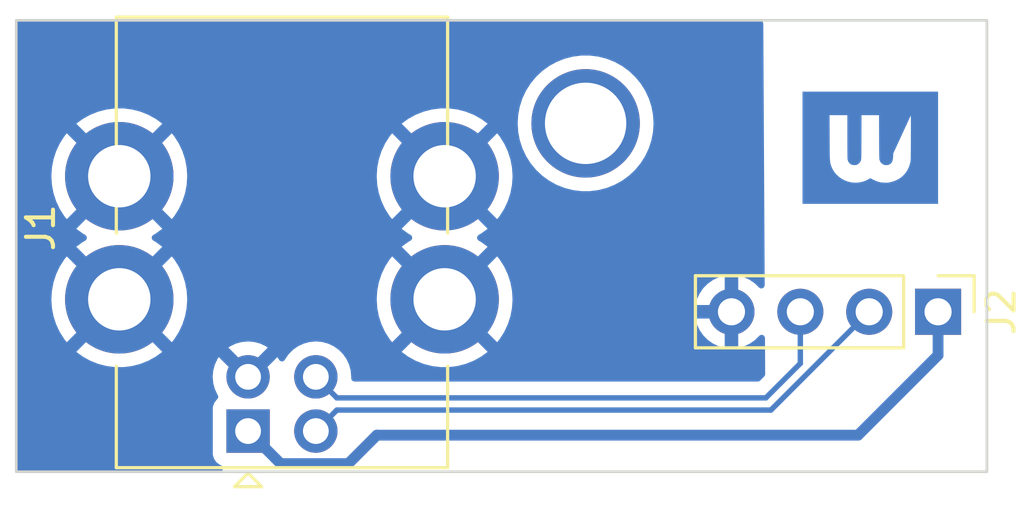
<source format=kicad_pcb>
(kicad_pcb (version 20221018) (generator pcbnew)
  (layers (0 "F.Cu" signal) (31 "B.Cu" signal) (34 "B.Paste" user) (35 "F.Paste" user) (36 "B.SilkS" user "B.Silkscreen") (37 "F.SilkS" user "F.Silkscreen") (38 "B.Mask" user) (39 "F.Mask" user) (44 "Edge.Cuts" user))
  (net 0 "")
  (net 1 "Net-(J1-VBUS)")
  (net 2 "/D-")
  (net 3 "/D+")
  (net 4 "GND")
  (footprint "WSRT:kicad_wsrt_logo_small_5mm" (layer "F.Cu") (at 52.999711 29.5875)
    (fp_text reference "G***" hide)
    (fp_text value "LOGO" hide)
    (fp_poly (pts (xy -2.5 -0.1) (xy -2.5 1.970093) (xy 0.00029 1.970093) (xy 2.500579 1.970093) (xy 2.500579 -0.1) (xy 2.500579 -0.976371) (xy 1.498934 -0.976371) (xy 1.498859 -0.899047) (xy 1.498692 -0.810048) (xy 1.498444 -0.708596) (xy 1.498127 -0.593914) (xy 1.497791 -0.47872) (xy 1.497412 -0.348455) (xy 1.49706 -0.231986) (xy 1.496694 -0.128403) (xy 1.496274 -0.036796) (xy 1.495759 0.043745) (xy 1.495109 0.114133) (xy 1.494282 0.175276) (xy 1.493238 0.228086) (xy 1.491937 0.273473) (xy 1.490337 0.312349) (xy 1.488399 0.345622) (xy 1.486081 0.374205) (xy 1.483343 0.399007) (xy 1.480144 0.420939) (xy 1.476443 0.440913) (xy 1.472201 0.459837) (xy 1.467375 0.478624) (xy 1.461926 0.498183) (xy 1.455813 0.519425) (xy 1.452752 0.530064) (xy 1.416378 0.631751) (xy 1.367343 0.729127) (xy 1.307052 0.820198) (xy 1.236909 0.902969) (xy 1.158319 0.975444) (xy 1.11743 1.006398) (xy 1.048796 1.049958) (xy 0.972407 1.089973) (xy 0.892357 1.124714) (xy 0.812743 1.152456) (xy 0.737659 1.171472) (xy 0.717285 1.175113) (xy 0.688537 1.179729) (xy 0.663273 1.183841) (xy 0.647424 1.186481) (xy 0.623637 1.188518) (xy 0.588824 1.188896) (xy 0.546547 1.187823) (xy 0.500367 1.185507) (xy 0.453846 1.182156) (xy 0.410547 1.177977) (xy 0.374032 1.173179) (xy 0.353272 1.169307) (xy 0.257732 1.141935) (xy 0.160028 1.103464) (xy 0.064818 1.055822) (xy 0.029705 1.035377) (xy 0.003967 1.019745) (xy -0.052101 1.05302) (xy -0.158008 1.107623) (xy -0.267535 1.148311) (xy -0.37964 1.175114) (xy -0.49328 1.188065) (xy -0.607413 1.187198) (xy -0.720995 1.172543) (xy -0.832984 1.144134) (xy -0.942337 1.102003) (xy -1.048012 1.046182) (xy -1.087752 1.020876) (xy -1.175078 0.954751) (xy -1.253778 0.879519) (xy -1.322587 0.796843) (xy -1.380241 0.708386) (xy -1.425479 0.615813) (xy -1.451235 0.542149) (xy -1.457812 0.519357) (xy -1.463698 0.49836) (xy -1.468933 0.47825) (xy -1.473559 0.458119) (xy -1.477618 0.437059) (xy -1.48115 0.414163) (xy -1.484196 0.388521) (xy -1.486799 0.359227) (xy -1.488999 0.325372) (xy -1.490837 0.286048) (xy -1.492354 0.240348) (xy -1.493592 0.187363) (xy -1.494593 0.126185) (xy -1.495396 0.055907) (xy -1.496043 -0.02438) (xy -1.496577 -0.115584) (xy -1.497036 -0.218612) (xy -1.497464 -0.334372) (xy -1.497901 -0.463773) (xy -1.497982 -0.487912) (xy -1.500703 -1.302345) (xy -1.17305 -1.302345) (xy -0.845396 -1.302345) (xy -0.845251 -0.517328) (xy -0.845156 -0.388969) (xy -0.844927 -0.269233) (xy -0.844567 -0.158733) (xy -0.844083 -0.058083) (xy -0.843479 0.032103) (xy -0.842763 0.111211) (xy -0.841938 0.178626) (xy -0.84101 0.233735) (xy -0.839986 0.275923) (xy -0.838869 0.304577) (xy -0.837779 0.318373) (xy -0.82659 0.37115) (xy -0.808589 0.414776) (xy -0.781554 0.454071) (xy -0.768435 0.468887) (xy -0.734401 0.500148) (xy -0.698703 0.521318) (xy -0.657748 0.533797) (xy -0.607946 0.53899) (xy -0.588013 0.539345) (xy -0.550139 0.538594) (xy -0.522343 0.535793) (xy -0.500064 0.530263) (xy -0.48416 0.523883) (xy -0.441064 0.497794) (xy -0.401352 0.462108) (xy -0.370503 0.421784) (xy -0.369529 0.420142) (xy -0.36318 0.409393) (xy -0.357511 0.39945) (xy -0.352481 0.389461) (xy -0.348048 0.378573) (xy -0.344172 0.365934) (xy -0.34081 0.350691) (xy -0.337923 0.331991) (xy -0.335469 0.308983) (xy -0.333406 0.280812) (xy -0.331695 0.246628) (xy -0.330293 0.205576) (xy -0.329159 0.156806) (xy -0.328253 0.099463) (xy -0.327534 0.032696) (xy -0.326959 -0.044347) (xy -0.326488 -0.132521) (xy -0.326081 -0.232676) (xy -0.325695 -0.345666) (xy -0.32529 -0.472343) (xy -0.325204 -0.498943) (xy -0.322611 -1.302345) (xy 0.000318 -1.302345) (xy 0.323248 -1.302345) (xy 0.325781 -0.498943) (xy 0.326206 -0.370752) (xy 0.326637 -0.25644) (xy 0.327086 -0.155182) (xy 0.327567 -0.066149) (xy 0.328095 0.011485) (xy 0.328682 0.078549) (xy 0.329342 0.135869) (xy 0.330089 0.184274) (xy 0.330936 0.224589) (xy 0.331897 0.257643) (xy 0.332986 0.284263) (xy 0.334216 0.305276) (xy 0.3356 0.32151) (xy 0.337153 0.333792) (xy 0.338887 0.34295) (xy 0.339653 0.345989) (xy 0.36223 0.405334) (xy 0.395054 0.454335) (xy 0.438836 0.493844) (xy 0.485305 0.520652) (xy 0.508493 0.530401) (xy 0.53023 0.536185) (xy 0.555814 0.538943) (xy 0.590544 0.539613) (xy 0.59227 0.539609) (xy 0.628012 0.538766) (xy 0.654428 0.535821) (xy 0.676856 0.529825) (xy 0.698945 0.520614) (xy 0.740757 0.496596) (xy 0.774428 0.466454) (xy 0.800641 0.428751) (xy 0.820079 0.382047) (xy 0.833426 0.324904) (xy 0.841365 0.255884) (xy 0.84353 0.216213) (xy 0.847497 0.11326) (xy 1.160202 -0.566966) (xy 1.20378 -0.661721) (xy 1.24582 -0.75306) (xy 1.285892 -0.840048) (xy 1.323565 -0.921755) (xy 1.358407 -0.997247) (xy 1.389988 -1.065593) (xy 1.417878 -1.125861) (xy 1.441644 -1.177118) (xy 1.460856 -1.218433) (xy 1.475084 -1.248873) (xy 1.483895 -1.267506) (xy 1.48656 -1.27293) (xy 1.488678 -1.276627) (xy 1.490562 -1.278756) (xy 1.492221 -1.278541) (xy 1.493668 -1.275204) (xy 1.494914 -1.267966) (xy 1.495968 -1.256052) (xy 1.496843 -1.238682) (xy 1.497549 -1.21508) (xy 1.498098 -1.184468) (xy 1.4985 -1.146069) (xy 1.498766 -1.099105) (xy 1.498907 -1.042798) (xy 1.498934 -0.976371) (xy 2.500579 -0.976371) (xy 2.500579 -2.170092) (xy 0.00029 -2.170092) (xy -2.5 -2.170092)) (fill solid) (layer "B.Cu"))
  )
  (footprint "Connector_PinHeader_2.54mm:PinHeader_1x04_P2.54mm_Vertical" (layer "F.Cu") (at 55.5 35.5375 -90)
    (fp_text reference "J2" (at 0 -2.33 90) (layer "F.SilkS"))
    (fp_text value "Conn_01x04_Socket")
    (fp_line (start -1.33 -1.33) (end 0 -1.33) (stroke (width 0.12)) (layer "F.SilkS"))
    (fp_line (start -1.33 0) (end -1.33 -1.33) (stroke (width 0.12)) (layer "F.SilkS"))
    (fp_line (start -1.33 1.27) (end -1.33 8.95) (stroke (width 0.12)) (layer "F.SilkS"))
    (fp_line (start -1.33 1.27) (end 1.33 1.27) (stroke (width 0.12)) (layer "F.SilkS"))
    (fp_line (start -1.33 8.95) (end 1.33 8.95) (stroke (width 0.12)) (layer "F.SilkS"))
    (fp_line (start 1.33 1.27) (end 1.33 8.95) (stroke (width 0.12)) (layer "F.SilkS"))
    (pad "1" thru_hole rect (at 0 0 270) (size 1.7 1.7) (drill 1) (layers "*.Cu" "*.Mask") (net 1 "Net-(J1-VBUS)"))
    (pad "2" thru_hole oval (at 0 2.54 270) (size 1.7 1.7) (drill 1) (layers "*.Cu" "*.Mask") (net 2 "/D-"))
    (pad "3" thru_hole oval (at 0 5.08 270) (size 1.7 1.7) (drill 1) (layers "*.Cu" "*.Mask") (net 3 "/D+"))
    (pad "4" thru_hole oval (at 0 7.62 270) (size 1.7 1.7) (drill 1) (layers "*.Cu" "*.Mask") (net 4 "GND"))
  )
  (footprint "custom_footprints:USB_B_Dual_Shield" (layer "F.Cu") (at 30.05 39.9375 90)
    (fp_text reference "J1" (at 7.5 -7.65 90) (layer "F.SilkS"))
    (fp_text value "USB_B" hide)
    (fp_line (start -2.05 -0.5) (end -2.05 0.5) (stroke (width 0.12)) (layer "F.SilkS"))
    (fp_line (start -2.05 0.5) (end -1.55 0) (stroke (width 0.12)) (layer "F.SilkS"))
    (fp_line (start -1.55 0) (end -2.05 -0.5) (stroke (width 0.12)) (layer "F.SilkS"))
    (fp_line (start -1.35 -4.86) (end 2.4 -4.86) (stroke (width 0.12)) (layer "F.SilkS"))
    (fp_line (start -1.35 7.36) (end -1.35 -4.86) (stroke (width 0.12)) (layer "F.SilkS"))
    (fp_line (start -1.35 7.36) (end 2.4 7.36) (stroke (width 0.12)) (layer "F.SilkS"))
    (fp_line (start 15.27 -4.86) (end 7.3 -4.86) (stroke (width 0.12)) (layer "F.SilkS"))
    (fp_line (start 15.27 7.36) (end 7.3 7.36) (stroke (width 0.12)) (layer "F.SilkS"))
    (fp_line (start 15.27 7.36) (end 15.27 -4.86) (stroke (width 0.12)) (layer "F.SilkS"))
    (pad "1" thru_hole rect (at 0 0 180) (size 1.6 1.6) (drill 0.95) (layers "*.Cu" "*.Mask") (net 1 "Net-(J1-VBUS)"))
    (pad "2" thru_hole circle (at 0 2.5 180) (size 1.6 1.6) (drill 0.95) (layers "*.Cu" "*.Mask") (net 2 "/D-"))
    (pad "3" thru_hole circle (at 2 2.5 180) (size 1.6 1.6) (drill 0.95) (layers "*.Cu" "*.Mask") (net 3 "/D+"))
    (pad "4" thru_hole circle (at 2 0 180) (size 1.6 1.6) (drill 0.95) (layers "*.Cu" "*.Mask") (net 4 "GND"))
    (pad "5" thru_hole circle (at 4.86 -4.75 180) (size 4 4) (drill 2.3) (layers "*.Cu" "*.Mask") (net 4 "GND"))
    (pad "5" thru_hole circle (at 4.86 7.25 180) (size 4 4) (drill 2.3) (layers "*.Cu" "*.Mask") (net 4 "GND"))
    (pad "5" thru_hole circle (at 9.4 -4.75 180) (size 4 4) (drill 2.3) (layers "*.Cu" "*.Mask") (net 4 "GND"))
    (pad "5" thru_hole circle (at 9.4 7.25 180) (size 4 4) (drill 2.3) (layers "*.Cu" "*.Mask") (net 4 "GND"))
  )
  (gr_rect (start 21.5 24.7875) (end 57.3 41.4375) (stroke (width 0.1)) (fill none) (layer "Edge.Cuts"))
  (via (at 42.5 28.5875) (size 4) (drill 3) (layers "F.Cu" "B.Cu") (net 0))
  (segment (start 34.8 40.0875) (end 52.55 40.0875) (width 0.4) (layer "B.Cu") (net 1))
  (segment (start 52.55 40.0875) (end 55.5 37.1375) (width 0.4) (layer "B.Cu") (net 1))
  (segment (start 30.05 39.9375) (end 31.25 41.1375) (width 0.4) (layer "B.Cu") (net 1))
  (segment (start 33.75 41.1375) (end 34.8 40.0875) (width 0.4) (layer "B.Cu") (net 1))
  (segment (start 55.5 37.1375) (end 55.5 35.5375) (width 0.4) (layer "B.Cu") (net 1))
  (segment (start 31.25 41.1375) (end 33.75 41.1375) (width 0.4) (layer "B.Cu") (net 1))
  (segment (start 33.324999 39.162501) (end 32.55 39.9375) (width 0.2) (layer "B.Cu") (net 2))
  (segment (start 49.334999 39.162501) (end 33.324999 39.162501) (width 0.2) (layer "B.Cu") (net 2))
  (segment (start 52.96 35.5375) (end 49.334999 39.162501) (width 0.2) (layer "B.Cu") (net 2))
  (segment (start 50.42 35.5375) (end 50.42 37.441103) (width 0.2) (layer "B.Cu") (net 3))
  (segment (start 33.324999 38.712499) (end 32.55 37.9375) (width 0.2) (layer "B.Cu") (net 3))
  (segment (start 49.148604 38.712499) (end 33.324999 38.712499) (width 0.2) (layer "B.Cu") (net 3))
  (segment (start 50.42 37.441103) (end 49.148604 38.712499) (width 0.2) (layer "B.Cu") (net 3))
  (zone (net 4) (net_name "GND") (layer "B.Cu") (connect_pads (clearance 0.5)) (min_thickness 0.25) (fill yes (thermal_gap 0.5) (thermal_bridge_width 0.5))
    (polygon (pts (xy 20.9 24.0875) (xy 38.3 24.0375) (xy 42 24.1375) (xy 49.05 24.1875) (xy 49.15 42.7375) (xy 21 42.6375)))
  )
)
</source>
